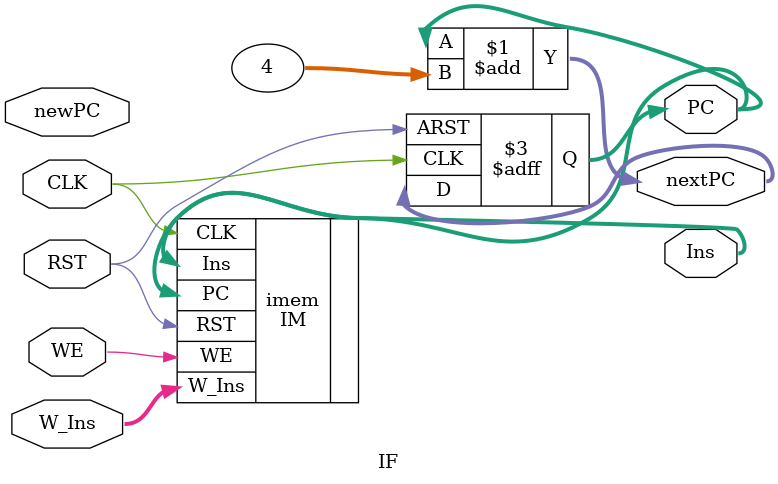
<source format=v>
module IF(CLK, RST, newPC, PC, W_Ins, WE, nextPC, Ins);
`include "common_param.vh"
input CLK, RST, WE;
input [31:0] newPC, W_Ins;
output reg [31:0] PC; // reg?
output [31:0] nextPC, Ins;

// PC???????????
IM imem (
    .CLK(CLK),
    .RST(RST),
    .WE(WE),
    .PC(PC),
    .W_Ins(W_Ins),
    .Ins(Ins)
);

assign nextPC = PC + 4; //??????????

    always @(posedge CLK or posedge RST) begin
        if(RST)
            PC <= 32'd0;
        else
            PC <= nextPC;
    end
endmodule

// PC??????????PC???
</source>
